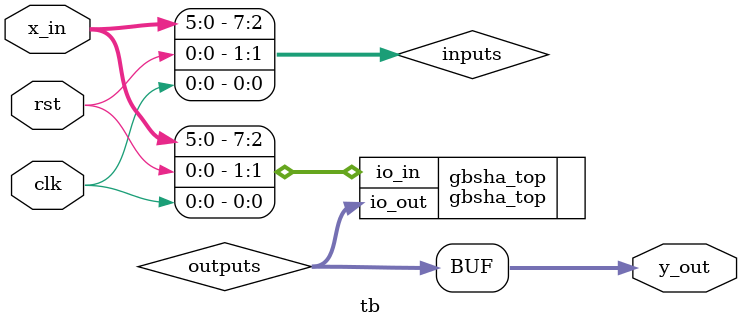
<source format=v>
`default_nettype none
`timescale 1ns/1ps

/*
this testbench just instantiates the module and makes some convenient wires
that can be driven / tested by the cocotb test.py
*/

// copy parameters to tb.v, ttfir.v, test.py
// as files may be used individually
module tb #(parameter N_TAPS = 1,
                      BW_in = 6,
                      BW_out = 8
    )
    (
    input clk,
    input rst,
    input signed [BW_in - 1:0] x_in,
    output signed [BW_out - 1:0] y_out
   );

    // this part dumps the trace to a vcd file that can be viewed with GTKWave
    initial begin
        $dumpfile ("tb.vcd");
        $dumpvars (0, tb);
        #1;
    end

    // wire up the inputs and outputs
    wire [7:0] inputs;
    assign inputs[BW_in - 1 + 2:0] = {x_in, rst, clk};
    if (BW_in < 6)
        assign inputs[7:BW_in + 2] = 0;
    wire [7:0] outputs;
    assign y_out = outputs[BW_out - 1:0];

    // instantiate the DUT
    gbsha_top gbsha_top(
        `ifdef GL_TEST
            .vccd1( 1'b1),
            .vssd1( 1'b0),
        `endif
        .io_in  (inputs),
        .io_out (outputs)
        );

endmodule

</source>
